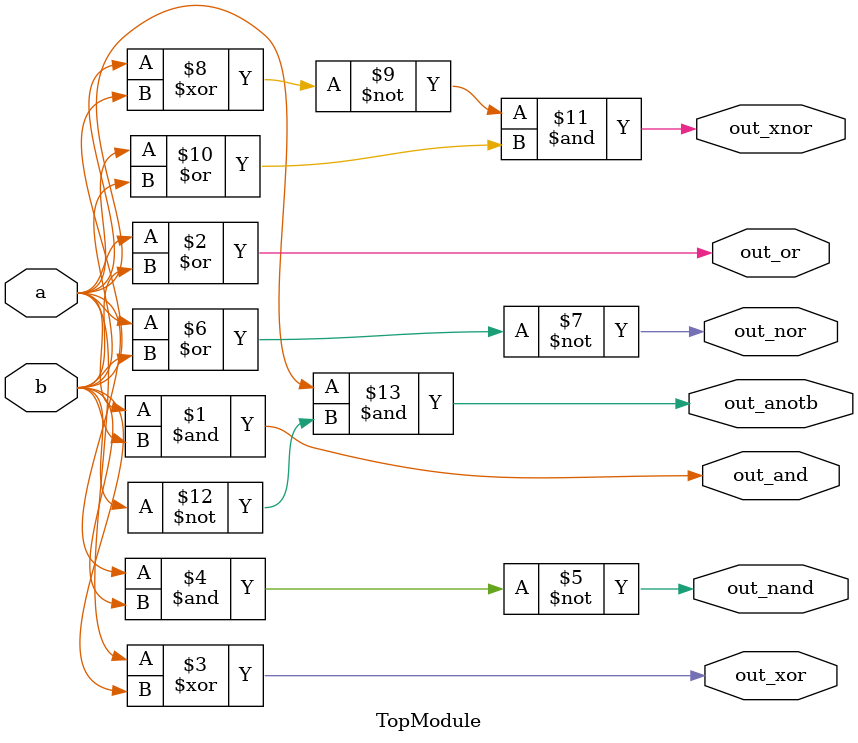
<source format=sv>

module TopModule (
  input a,
  input b,
  output out_and,
  output out_or,
  output out_xor,
  output out_nand,
  output out_nor,
  output out_xnor,
  output out_anotb
);

assign out_and = a & b; // AND gate
assign out_or = a | b; // OR gate
assign out_xor = a ^ b; // XOR gate
assign out_nand = ~(a & b); // NAND gate using De Morgan's law
assign out_nor = ~(a | b); // NOR gate using De Morgan's law
assign out_xnor = ~(a ^ b) & (a | b); // XNOR gate using De Morgan's law and the fact that xnor is equal to not(xor) and not(xor) = (not(x) nor not(y))
assign out_anotb = a & ~b; // AND-NOT gate

endmodule

// VERILOG-EVAL: errant inclusion of module definition

</source>
